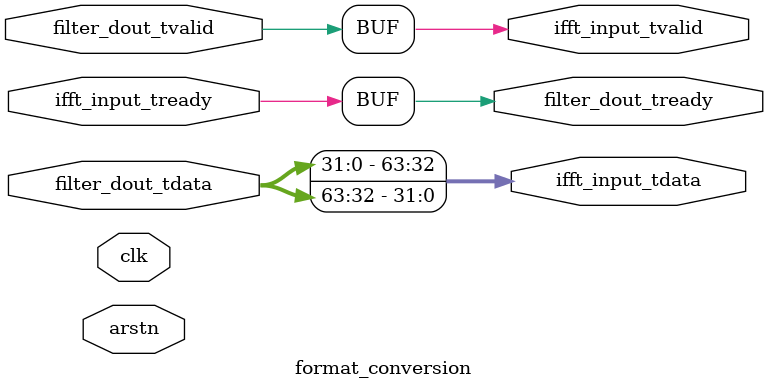
<source format=v>
module format_conversion (
    input wire clk,    // Clock
    input wire arstn,  // Asynchronous reset active low
    input wire [63:0] filter_dout_tdata,
    input wire filter_dout_tvalid,
    output wire filter_dout_tready,

    output wire [63:0] ifft_input_tdata,
    output wire ifft_input_tvalid,
    input wire ifft_input_tready
);
    assign filter_dout_tready = ifft_input_tready;
    assign ifft_input_tvalid  = filter_dout_tvalid;
    assign ifft_input_tdata[63:32] = filter_dout_tdata[31:0];
    assign ifft_input_tdata[31:0]  = filter_dout_tdata[63:32];
    
endmodule
</source>
